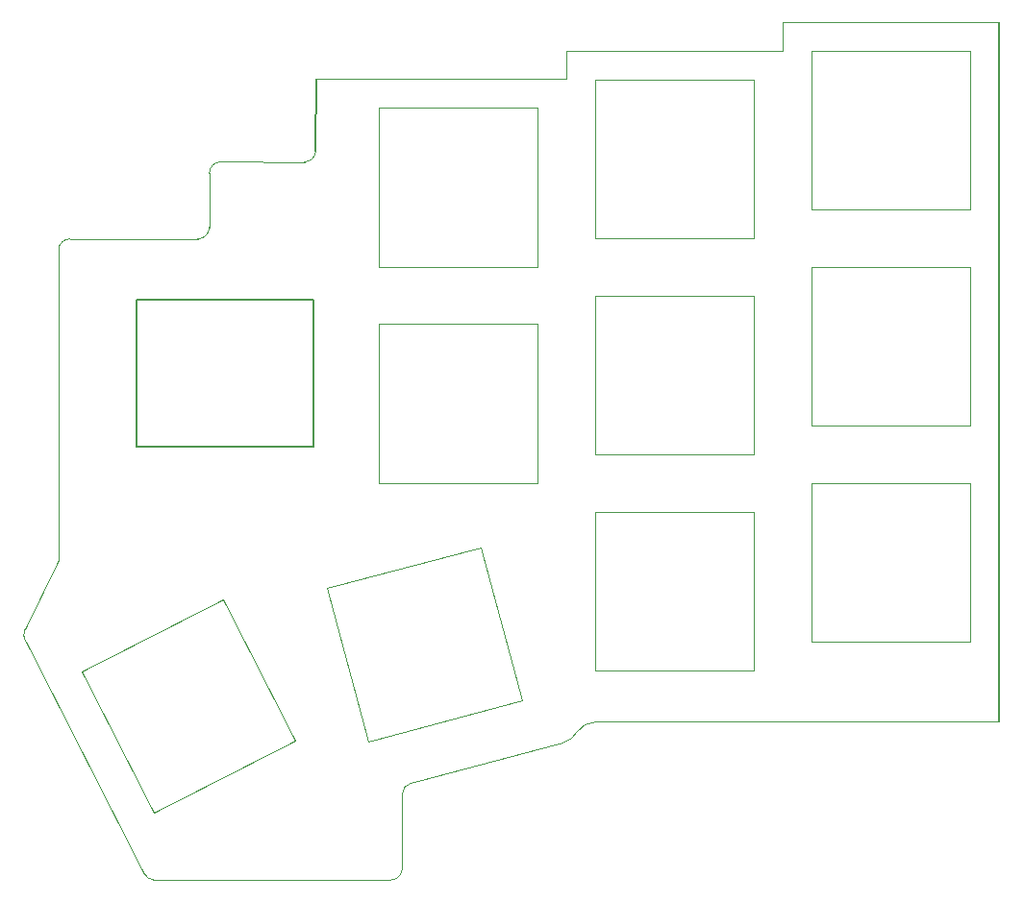
<source format=gbr>
%TF.GenerationSoftware,KiCad,Pcbnew,(7.0.0-0)*%
%TF.CreationDate,2023-04-09T15:39:07-07:00*%
%TF.ProjectId,sofle_click_keyplate_A,736f666c-655f-4636-9c69-636b5f6b6579,rev?*%
%TF.SameCoordinates,Original*%
%TF.FileFunction,Profile,NP*%
%FSLAX46Y46*%
G04 Gerber Fmt 4.6, Leading zero omitted, Abs format (unit mm)*
G04 Created by KiCad (PCBNEW (7.0.0-0)) date 2023-04-09 15:39:07*
%MOMM*%
%LPD*%
G01*
G04 APERTURE LIST*
%TA.AperFunction,Profile*%
%ADD10C,0.100000*%
%TD*%
%TA.AperFunction,Profile*%
%ADD11C,0.150000*%
%TD*%
%TA.AperFunction,Profile*%
%ADD12C,0.120000*%
%TD*%
G04 APERTURE END LIST*
D10*
X123809214Y-141399216D02*
G75*
G03*
X122133645Y-142313725I4386J-2000284D01*
G01*
X107519214Y-146804215D02*
G75*
G03*
X106759968Y-147774214I239986J-969985D01*
G01*
X88776321Y-98818426D02*
G75*
G03*
X89776326Y-97818426I-21J1000026D01*
G01*
X73541862Y-133235438D02*
G75*
G03*
X73599258Y-134334189I1108638J-492962D01*
G01*
X140254214Y-82249214D02*
X121204214Y-82249214D01*
X88776321Y-98818426D02*
X77504214Y-98824214D01*
X105759214Y-155334214D02*
G75*
G03*
X106759214Y-154334214I-14J1000014D01*
G01*
X123809214Y-141399214D02*
X159304214Y-141399214D01*
X98154214Y-92047107D02*
G75*
G03*
X99154207Y-91047107I-14J1000007D01*
G01*
X140254214Y-82249214D02*
X140254214Y-79749214D01*
D11*
X99154214Y-91047107D02*
X99159214Y-84749214D01*
D10*
X73599246Y-134334196D02*
X84065742Y-154811190D01*
X159304214Y-79749214D02*
X140254214Y-79749214D01*
X90776321Y-92041321D02*
X98154214Y-92047107D01*
X106759965Y-147774214D02*
X106759214Y-154334214D01*
X77504214Y-98824214D02*
G75*
G03*
X76504214Y-99824214I-14J-999986D01*
G01*
X121204214Y-84749214D02*
X99159214Y-84749214D01*
X90776321Y-92041321D02*
G75*
G03*
X89776321Y-93041321I-21J-999979D01*
G01*
X76504214Y-127174214D02*
X76504214Y-99824214D01*
X107519214Y-146804214D02*
X120914605Y-143248938D01*
X89776321Y-97818426D02*
X89776321Y-93041321D01*
X73541862Y-133235438D02*
X76504214Y-127174214D01*
D11*
X159304214Y-79749214D02*
X159304214Y-141399214D01*
D10*
X105759214Y-155334214D02*
X84859214Y-155334213D01*
X120914605Y-143248938D02*
G75*
G03*
X122133644Y-142313725I-519705J1939538D01*
G01*
X121204214Y-82249214D02*
X121204214Y-84749214D01*
X84065744Y-154811189D02*
G75*
G03*
X84859210Y-155334241I963456J598189D01*
G01*
D12*
%TO.C,SW20*%
X137729214Y-117824214D02*
X123729214Y-117824214D01*
X123729214Y-117824214D02*
X123729214Y-103824214D01*
X123729214Y-103824214D02*
X137729214Y-103824214D01*
X137729214Y-103824214D02*
X137729214Y-117824214D01*
%TO.C,SW29*%
X156779214Y-134374214D02*
X142779214Y-134374214D01*
X142779214Y-134374214D02*
X142779214Y-120374214D01*
X142779214Y-120374214D02*
X156779214Y-120374214D01*
X156779214Y-120374214D02*
X156779214Y-134374214D01*
%TO.C,SW14*%
X137729214Y-98774214D02*
X123729214Y-98774214D01*
X123729214Y-98774214D02*
X123729214Y-84774214D01*
X123729214Y-84774214D02*
X137729214Y-84774214D01*
X137729214Y-84774214D02*
X137729214Y-98774214D01*
%TO.C,SW26*%
X84865848Y-149430002D02*
X78509981Y-136955911D01*
X78509981Y-136955911D02*
X90984072Y-130600044D01*
X90984072Y-130600044D02*
X97339939Y-143074135D01*
X97339939Y-143074135D02*
X84865848Y-149430002D01*
%TO.C,SW21*%
X156779214Y-115324214D02*
X142779214Y-115324214D01*
X142779214Y-115324214D02*
X142779214Y-101324214D01*
X142779214Y-101324214D02*
X156779214Y-101324214D01*
X156779214Y-101324214D02*
X156779214Y-115324214D01*
%TO.C,SW27*%
X117302428Y-139523961D02*
X103779467Y-143147428D01*
X103779467Y-143147428D02*
X100156000Y-129624467D01*
X100156000Y-129624467D02*
X113678961Y-126001000D01*
X113678961Y-126001000D02*
X117302428Y-139523961D01*
D11*
%TO.C,SW25*%
X98929214Y-117174214D02*
X98929214Y-104174214D01*
X98929214Y-104174214D02*
X83329214Y-104174214D01*
X83329214Y-117174214D02*
X98929214Y-117174214D01*
X83329214Y-110174214D02*
X83329214Y-117174214D01*
X83329214Y-104174214D02*
X83329214Y-110174214D01*
D12*
%TO.C,SW13*%
X118679214Y-101274214D02*
X104679214Y-101274214D01*
X104679214Y-101274214D02*
X104679214Y-87274214D01*
X104679214Y-87274214D02*
X118679214Y-87274214D01*
X118679214Y-87274214D02*
X118679214Y-101274214D01*
%TO.C,SW15*%
X156779214Y-96274214D02*
X142779214Y-96274214D01*
X142779214Y-96274214D02*
X142779214Y-82274214D01*
X142779214Y-82274214D02*
X156779214Y-82274214D01*
X156779214Y-82274214D02*
X156779214Y-96274214D01*
%TO.C,SW19*%
X118679214Y-120324214D02*
X104679214Y-120324214D01*
X104679214Y-120324214D02*
X104679214Y-106324214D01*
X104679214Y-106324214D02*
X118679214Y-106324214D01*
X118679214Y-106324214D02*
X118679214Y-120324214D01*
%TO.C,SW28*%
X137729214Y-136874214D02*
X123729214Y-136874214D01*
X123729214Y-136874214D02*
X123729214Y-122874214D01*
X123729214Y-122874214D02*
X137729214Y-122874214D01*
X137729214Y-122874214D02*
X137729214Y-136874214D01*
%TD*%
M02*

</source>
